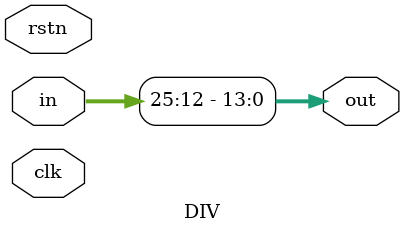
<source format=v>
module DIV ( rstn, clk, in, out );

input clk;
input rstn;
input [25:0]in;

output [13:0] out;
//reg [14:0]out1,out2,out3;


assign out = in[25:12];


/*
	always@(posedge clk or negedge rstn)
	begin
		if(rstn== 1'b0)
			[12:0] out1 = 13'd0;
		else
			2'd0 +[10:0]out1 = in>>2;  
	end
always@(posedge clk or negedge rstn)
		if(rstn== 1'b0)
			[12:0] out2 = 13'd0;
		else
			3'd0+[9:0]out2 = in>>3;  
always@(posedge clk or negedge rstn)
	begin
		if(rstn== 1'b0)
			[12:0] out3 = 13'd0;
		else
			5'd0+[7:0]out3 = in>>5;  
	end		
always@(posedge clk or negedge rstn)
	begin
		if(rstn== 1'b0)
			[12:0] out = 13'd0;
		else
		[12:0]	out= {2'd0 +[10:0]out1}+{3'd0+[9:0]out2}+5'd0+[7:0]out3;
	end

*/		
endmodule

</source>
